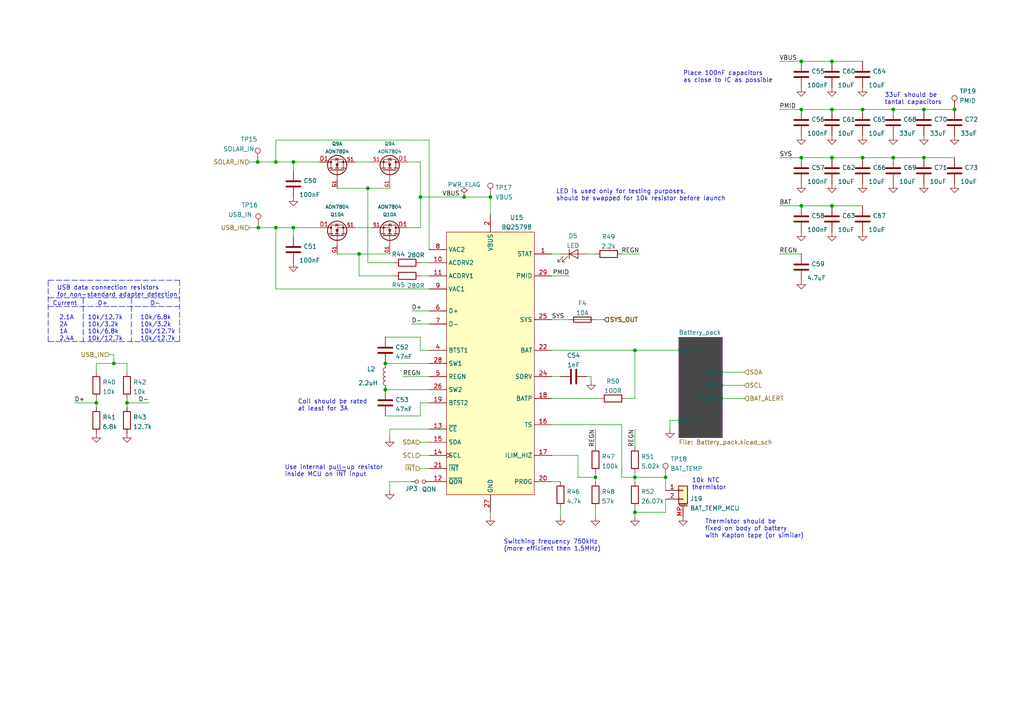
<source format=kicad_sch>
(kicad_sch (version 20210621) (generator eeschema)
  (paper "A4")
  (title_block (title "BUTCube - EPS") (date "2021-06-01") (rev "v1.0") (company "VUT - FIT(STRaDe) & FME(IAE & IPE)") (comment 1 "Author: Petr Malaník"))
  (lib_symbols
    (symbol "Connector:TestPoint" (pin_numbers hide) (pin_names (offset 0.762) hide)
      (property "Reference" "TP" (at 0 6.858 0))
      (property "Value" "TestPoint" (at 0 5.08 0))
      (symbol "TestPoint_0_1"
        (circle (center 0 3.302) (radius 0.762))
      )
      (symbol "TestPoint_1_1"
        (pin passive line (at 0 0 90) (length 2.54) (name "1") (number "1"))
      )
    )
    (symbol "Connector_Generic_MountingPin:Conn_01x02_MountingPin" (pin_names (offset 1.016) hide)
      (property "Reference" "J" (at 0 2.54 0))
      (property "Value" "Conn_01x02_MountingPin" (at 1.27 -5.08 0))
      (symbol "Conn_01x02_MountingPin_1_1"
        (text "Mounting" (at 0 -4.191 0) (effects (font (size 0.381 0.381))))
        (rectangle (start -1.27 -2.413) (end 0 -2.667) (stroke (width 0.1524)))
        (rectangle (start -1.27 0.127) (end 0 -0.127) (stroke (width 0.1524)))
        (rectangle (start -1.27 1.27) (end 1.27 -3.81) (stroke (width 0.254)) (fill (type background)))
        (polyline (pts (xy -1.016 -4.572) (xy 1.016 -4.572)) (stroke (width 0.1524)))
        (pin passive line (at -5.08 0 0) (length 3.81) (name "Pin_1") (number "1"))
        (pin passive line (at -5.08 -2.54 0) (length 3.81) (name "Pin_2") (number "2"))
        (pin passive line (at 0 -7.62 90) (length 3.048) (name "MountPin") (number "MP"))
      )
    )
    (symbol "Device:C" (pin_numbers hide) (pin_names (offset 0.254))
      (property "Reference" "C" (at 0.635 2.54 0))
      (property "Value" "C" (at 0.635 -2.54 0))
      (symbol "C_0_1"
        (polyline (pts (xy -2.032 -0.762) (xy 2.032 -0.762)) (stroke (width 0.508)))
        (polyline (pts (xy -2.032 0.762) (xy 2.032 0.762)) (stroke (width 0.508)))
      )
      (symbol "C_1_1"
        (pin passive line (at 0 3.81 270) (length 2.794) (name "~") (number "1"))
        (pin passive line (at 0 -3.81 90) (length 2.794) (name "~") (number "2"))
      )
    )
    (symbol "Device:Fuse" (pin_numbers hide) (pin_names (offset 0))
      (property "Reference" "F" (at 2.032 0 90))
      (property "Value" "Fuse" (at -1.905 0 90))
      (symbol "Fuse_0_1"
        (rectangle (start -0.762 -2.54) (end 0.762 2.54) (stroke (width 0.254)))
        (polyline (pts (xy 0 2.54) (xy 0 -2.54)))
      )
      (symbol "Fuse_1_1"
        (pin passive line (at 0 3.81 270) (length 1.27) (name "~") (number "1"))
        (pin passive line (at 0 -3.81 90) (length 1.27) (name "~") (number "2"))
      )
    )
    (symbol "Device:Jumper_NO_Small" (pin_numbers hide) (pin_names (offset 0.762) hide)
      (property "Reference" "JP" (at 0 2.032 0))
      (property "Value" "Jumper_NO_Small" (at 0.254 -1.524 0))
      (symbol "Jumper_NO_Small_0_1"
        (circle (center -1.016 0) (radius 0.508))
        (circle (center 1.016 0) (radius 0.508))
        (pin passive line (at -2.54 0 0) (length 1.016) (name "1") (number "1"))
        (pin passive line (at 2.54 0 180) (length 1.016) (name "2") (number "2"))
      )
    )
    (symbol "Device:L" (pin_numbers hide) (pin_names (offset 1.016) hide)
      (property "Reference" "L" (at -1.27 0 90))
      (property "Value" "L" (at 1.905 0 90))
      (symbol "L_0_1"
        (arc (start 0 -2.54) (end 0 -1.27) (radius (at 0 -1.905) (length 0.635) (angles -89.9 89.9)))
        (arc (start 0 -1.27) (end 0 0) (radius (at 0 -0.635) (length 0.635) (angles -89.9 89.9)))
        (arc (start 0 0) (end 0 1.27) (radius (at 0 0.635) (length 0.635) (angles -89.9 89.9)))
        (arc (start 0 1.27) (end 0 2.54) (radius (at 0 1.905) (length 0.635) (angles -89.9 89.9)))
      )
      (symbol "L_1_1"
        (pin passive line (at 0 3.81 270) (length 1.27) (name "1") (number "1"))
        (pin passive line (at 0 -3.81 90) (length 1.27) (name "2") (number "2"))
      )
    )
    (symbol "Device:LED" (pin_numbers hide) (pin_names (offset 1.016) hide)
      (property "Reference" "D" (at 0 2.54 0))
      (property "Value" "LED" (at 0 -2.54 0))
      (symbol "LED_0_1"
        (polyline (pts (xy -1.27 -1.27) (xy -1.27 1.27)) (stroke (width 0.2032)))
        (polyline (pts (xy -1.27 0) (xy 1.27 0)))
        (polyline (pts (xy 1.27 -1.27) (xy 1.27 1.27) (xy -1.27 0) (xy 1.27 -1.27)) (stroke (width 0.2032)))
        (polyline (pts (xy -3.048 -0.762) (xy -4.572 -2.286) (xy -3.81 -2.286) (xy -4.572 -2.286) (xy -4.572 -1.524)))
        (polyline (pts (xy -1.778 -0.762) (xy -3.302 -2.286) (xy -2.54 -2.286) (xy -3.302 -2.286) (xy -3.302 -1.524)))
      )
      (symbol "LED_1_1"
        (pin passive line (at -3.81 0 0) (length 2.54) (name "K") (number "1"))
        (pin passive line (at 3.81 0 180) (length 2.54) (name "A") (number "2"))
      )
    )
    (symbol "Device:R" (pin_numbers hide) (pin_names (offset 0))
      (property "Reference" "R" (at 2.032 0 90))
      (property "Value" "R" (at 0 0 90))
      (symbol "R_0_1"
        (rectangle (start -1.016 -2.54) (end 1.016 2.54) (stroke (width 0.254)))
      )
      (symbol "R_1_1"
        (pin passive line (at 0 3.81 270) (length 1.27) (name "~") (number "1"))
        (pin passive line (at 0 -3.81 90) (length 1.27) (name "~") (number "2"))
      )
    )
    (symbol "TCY_battery_management:BQ25798"
      (property "Reference" "U" (at 0 6.35 0))
      (property "Value" "BQ25798" (at 0 10.16 0))
      (symbol "BQ25798_0_1"
        (rectangle (start -12.7 38.1) (end 12.7 -38.1) (stroke (width 0.1524)) (fill (type background)))
      )
      (symbol "BQ25798_1_1"
        (pin output line (at 17.78 31.75 180) (length 5.08) (name "STAT") (number "1"))
        (pin output line (at -17.78 29.21 0) (length 5.08) (name "ACDRV2") (number "10"))
        (pin output line (at -17.78 25.4 0) (length 5.08) (name "ACDRV1") (number "11"))
        (pin input line (at -17.78 -34.29 0) (length 5.08) (name "~{QON}") (number "12"))
        (pin input line (at -17.78 -19.05 0) (length 5.08) (name "~{CE}") (number "13"))
        (pin input clock (at -17.78 -26.67 0) (length 5.08) (name "SCL") (number "14"))
        (pin bidirectional line (at -17.78 -22.86 0) (length 5.08) (name "SDA") (number "15"))
        (pin input line (at 17.78 -17.78 180) (length 5.08) (name "TS") (number "16"))
        (pin input line (at 17.78 -26.67 180) (length 5.08) (name "ILIM_HIZ") (number "17"))
        (pin input line (at 17.78 -10.16 180) (length 5.08) (name "BATP") (number "18"))
        (pin passive line (at -17.78 -11.43 0) (length 5.08) (name "BTST2") (number "19"))
        (pin power_in line (at 0 43.18 270) (length 5.08) (name "VBUS") (number "2"))
        (pin input line (at 17.78 -34.29 180) (length 5.08) (name "PROG") (number "20"))
        (pin output line (at -17.78 -30.48 0) (length 5.08) (name "~{INT}") (number "21"))
        (pin power_in line (at 17.78 3.81 180) (length 5.08) (name "BAT") (number "22"))
        (pin power_in line (at 17.78 3.81 180) (length 5.08) hide (name "BAT") (number "23"))
        (pin output line (at 17.78 -3.81 180) (length 5.08) (name "SDRV") (number "24"))
        (pin power_out line (at 17.78 12.7 180) (length 5.08) (name "SYS") (number "25"))
        (pin passive line (at -17.78 -7.62 0) (length 5.08) (name "SW2") (number "26"))
        (pin passive line (at 0 -43.18 90) (length 5.08) (name "GND") (number "27"))
        (pin passive line (at -17.78 0 0) (length 5.08) (name "SW1") (number "28"))
        (pin power_out line (at 17.78 25.4 180) (length 5.08) (name "PMID") (number "29"))
        (pin power_in line (at 0 43.18 270) (length 5.08) hide (name "VBUS") (number "3"))
        (pin passive line (at -17.78 3.81 0) (length 5.08) (name "BTST1") (number "4"))
        (pin passive line (at -17.78 -3.81 0) (length 5.08) (name "REGN") (number "5"))
        (pin bidirectional line (at -17.78 15.24 0) (length 5.08) (name "D+") (number "6"))
        (pin bidirectional line (at -17.78 11.43 0) (length 5.08) (name "D-") (number "7"))
        (pin power_in line (at -17.78 33.02 0) (length 5.08) (name "VAC2") (number "8"))
        (pin power_in line (at -17.78 21.59 0) (length 5.08) (name "VAC1") (number "9"))
      )
    )
    (symbol "TCY_transistors:AON7804" (pin_names hide)
      (property "Reference" "Q" (at 7.62 1.27 0))
      (property "Value" "AON7804" (at 7.62 -1.27 0))
      (symbol "AON7804_0_1"
        (circle (center 1.651 0) (radius 2.794) (stroke (width 0.254)))
        (circle (center 2.54 -1.778) (radius 0.254) (fill (type outline)))
        (circle (center 2.54 1.778) (radius 0.254) (fill (type outline)))
        (polyline (pts (xy 0.254 0) (xy -2.54 0)))
        (polyline (pts (xy 0.254 1.905) (xy 0.254 -1.905)) (stroke (width 0.254)))
        (polyline (pts (xy 0.762 -1.27) (xy 0.762 -2.286)) (stroke (width 0.254)))
        (polyline (pts (xy 0.762 0.508) (xy 0.762 -0.508)) (stroke (width 0.254)))
        (polyline (pts (xy 0.762 2.286) (xy 0.762 1.27)) (stroke (width 0.254)))
        (polyline (pts (xy 2.54 2.54) (xy 2.54 1.778)))
        (polyline (pts (xy 2.54 2.54) (xy 2.54 1.778)))
        (polyline (pts (xy 2.54 -2.54) (xy 2.54 0) (xy 0.762 0)))
        (polyline (pts (xy 0.762 -1.778) (xy 3.302 -1.778) (xy 3.302 1.778) (xy 0.762 1.778)))
        (polyline (pts (xy 2.794 0.508) (xy 2.921 0.381) (xy 3.683 0.381) (xy 3.81 0.254)))
        (polyline (pts (xy 3.302 0.381) (xy 2.921 -0.254) (xy 3.683 -0.254) (xy 3.302 0.381)))
        (polyline (pts (xy 1.016 0) (xy 2.032 0.381) (xy 2.032 -0.381) (xy 1.016 0)) (fill (type outline)))
      )
      (symbol "AON7804_1_1"
        (pin passive line (at 2.54 5.08 270) (length 2.54) (name "D2") (number "D1"))
        (pin passive line (at 2.54 5.08 270) (length 2.54) hide (name "D2") (number "D1"))
        (pin passive line (at -5.08 0 0) (length 2.54) (name "G1") (number "G1"))
        (pin passive line (at 2.54 -5.08 90) (length 2.54) (name "S") (number "S1"))
      )
      (symbol "AON7804_2_1"
        (pin passive line (at 2.54 5.08 270) (length 2.54) (name "D2") (number "D2"))
        (pin passive line (at 2.54 5.08 270) (length 2.54) hide (name "D2") (number "D2"))
        (pin passive line (at -5.08 0 0) (length 2.54) (name "G2") (number "G2"))
        (pin passive line (at 2.54 -5.08 90) (length 2.54) (name "S2") (number "S2"))
      )
    )
    (symbol "power:GND" (power) (pin_names (offset 0))
      (property "Value" "GND" (at 0 -3.81 0))
      (symbol "GND_0_1"
        (polyline (pts (xy 0 0) (xy 0 -1.27) (xy 1.27 -1.27) (xy 0 -2.54) (xy -1.27 -1.27) (xy 0 -1.27)))
      )
      (symbol "GND_1_1"
        (pin power_in line (at 0 0 270) (length 0) hide (name "GND") (number "1"))
      )
    )
    (symbol "power:PWR_FLAG" (power) (pin_numbers hide) (pin_names (offset 0) hide)
      (property "Value" "PWR_FLAG" (at 0 3.81 0))
      (symbol "PWR_FLAG_0_0"
        (pin power_out line (at 0 0 90) (length 0) (name "pwr") (number "1"))
      )
      (symbol "PWR_FLAG_0_1"
        (polyline (pts (xy 0 0) (xy 0 1.27) (xy -1.016 1.905) (xy 0 2.54) (xy 1.016 1.905) (xy 0 1.27)))
      )
    )
  )
  (junction (at 27.94 116.84) (diameter 0.9144))
  (junction (at 33.02 105.41) (diameter 0.9144))
  (junction (at 36.83 116.84) (diameter 0.9144))
  (junction (at 74.7583 46.99) (diameter 0.9144))
  (junction (at 74.93 66.04) (diameter 0.9144))
  (junction (at 80.01 46.99) (diameter 0.9144))
  (junction (at 80.01 66.04) (diameter 0.9144))
  (junction (at 85.09 46.99) (diameter 0.9144))
  (junction (at 85.09 66.04) (diameter 0.9144))
  (junction (at 104.14 73.66) (diameter 0.9144))
  (junction (at 106.68 54.61) (diameter 0.9144))
  (junction (at 111.76 105.41) (diameter 0.9144))
  (junction (at 111.76 113.03) (diameter 0.9144))
  (junction (at 121.92 57.15) (diameter 0.9144))
  (junction (at 134.62 57.15) (diameter 0.9144))
  (junction (at 142.24 57.15) (diameter 0.9144))
  (junction (at 172.72 138.43) (diameter 0.9144))
  (junction (at 184.15 101.6) (diameter 0.9144))
  (junction (at 184.15 138.43) (diameter 0.9144))
  (junction (at 184.15 148.59) (diameter 0.9144))
  (junction (at 193.04 138.43) (diameter 0.9144))
  (junction (at 232.41 17.78) (diameter 0.9144))
  (junction (at 232.41 31.75) (diameter 0.9144))
  (junction (at 232.41 45.72) (diameter 0.9144))
  (junction (at 232.41 59.69) (diameter 0.9144))
  (junction (at 241.3 17.78) (diameter 0.9144))
  (junction (at 241.3 31.75) (diameter 0.9144))
  (junction (at 241.3 45.72) (diameter 0.9144))
  (junction (at 241.3 59.69) (diameter 0.9144))
  (junction (at 250.19 31.75) (diameter 0.9144))
  (junction (at 250.19 45.72) (diameter 0.9144))
  (junction (at 259.08 31.75) (diameter 0.9144))
  (junction (at 259.08 45.72) (diameter 0.9144))
  (junction (at 267.97 31.75) (diameter 0.9144))
  (junction (at 267.97 45.72) (diameter 0.9144))
  (junction (at 276.86 31.75) (diameter 0.9144))
  (wire (pts (xy 21.59 116.84) (xy 27.94 116.84)))
  (wire (pts (xy 27.94 105.41) (xy 27.94 107.95)))
  (wire (pts (xy 27.94 115.57) (xy 27.94 116.84)))
  (wire (pts (xy 27.94 116.84) (xy 27.94 118.11)))
  (wire (pts (xy 31.75 102.87) (xy 33.02 102.87)))
  (wire (pts (xy 33.02 102.87) (xy 33.02 105.41)))
  (wire (pts (xy 33.02 105.41) (xy 27.94 105.41)))
  (wire (pts (xy 33.02 105.41) (xy 36.83 105.41)))
  (wire (pts (xy 36.83 105.41) (xy 36.83 107.95)))
  (wire (pts (xy 36.83 115.57) (xy 36.83 116.84)))
  (wire (pts (xy 36.83 116.84) (xy 36.83 118.11)))
  (wire (pts (xy 36.83 116.84) (xy 43.18 116.84)))
  (wire (pts (xy 72.39 46.99) (xy 74.7583 46.99)))
  (wire (pts (xy 72.39 66.04) (xy 74.93 66.04)))
  (wire (pts (xy 74.7583 46.99) (xy 80.01 46.99)))
  (wire (pts (xy 74.93 66.04) (xy 80.01 66.04)))
  (wire (pts (xy 80.01 40.64) (xy 80.01 46.99)))
  (wire (pts (xy 80.01 40.64) (xy 124.46 40.64)))
  (wire (pts (xy 80.01 46.99) (xy 85.09 46.99)))
  (wire (pts (xy 80.01 66.04) (xy 80.01 83.82)))
  (wire (pts (xy 80.01 66.04) (xy 85.09 66.04)))
  (wire (pts (xy 85.09 46.99) (xy 85.09 49.53)))
  (wire (pts (xy 85.09 46.99) (xy 92.71 46.99)))
  (wire (pts (xy 85.09 66.04) (xy 85.09 68.58)))
  (wire (pts (xy 85.09 66.04) (xy 92.71 66.04)))
  (wire (pts (xy 97.79 54.61) (xy 106.68 54.61)))
  (wire (pts (xy 97.79 73.66) (xy 104.14 73.66)))
  (wire (pts (xy 102.87 46.99) (xy 107.95 46.99)))
  (wire (pts (xy 102.87 66.04) (xy 107.95 66.04)))
  (wire (pts (xy 104.14 73.66) (xy 104.14 80.01)))
  (wire (pts (xy 104.14 73.66) (xy 113.03 73.66)))
  (wire (pts (xy 104.14 80.01) (xy 114.3 80.01)))
  (wire (pts (xy 106.68 54.61) (xy 106.68 76.2)))
  (wire (pts (xy 106.68 54.61) (xy 113.03 54.61)))
  (wire (pts (xy 106.68 76.2) (xy 114.3 76.2)))
  (wire (pts (xy 111.76 97.79) (xy 121.92 97.79)))
  (wire (pts (xy 111.76 105.41) (xy 124.46 105.41)))
  (wire (pts (xy 111.76 113.03) (xy 124.46 113.03)))
  (wire (pts (xy 111.76 120.65) (xy 121.92 120.65)))
  (wire (pts (xy 113.03 124.46) (xy 113.03 127)))
  (wire (pts (xy 113.03 139.7) (xy 113.03 142.24)))
  (wire (pts (xy 116.84 109.22) (xy 124.46 109.22)))
  (wire (pts (xy 118.11 46.99) (xy 121.92 46.99)))
  (wire (pts (xy 118.11 66.04) (xy 121.92 66.04)))
  (wire (pts (xy 119.38 90.17) (xy 124.46 90.17)))
  (wire (pts (xy 119.38 93.98) (xy 124.46 93.98)))
  (wire (pts (xy 119.38 139.7) (xy 113.03 139.7)))
  (wire (pts (xy 121.92 46.99) (xy 121.92 57.15)))
  (wire (pts (xy 121.92 57.15) (xy 134.62 57.15)))
  (wire (pts (xy 121.92 66.04) (xy 121.92 57.15)))
  (wire (pts (xy 121.92 76.2) (xy 124.46 76.2)))
  (wire (pts (xy 121.92 80.01) (xy 124.46 80.01)))
  (wire (pts (xy 121.92 101.6) (xy 121.92 97.79)))
  (wire (pts (xy 121.92 116.84) (xy 121.92 120.65)))
  (wire (pts (xy 121.92 128.27) (xy 124.46 128.27)))
  (wire (pts (xy 121.92 132.08) (xy 124.46 132.08)))
  (wire (pts (xy 121.92 135.89) (xy 124.46 135.89)))
  (wire (pts (xy 124.46 40.64) (xy 124.46 72.39)))
  (wire (pts (xy 124.46 83.82) (xy 80.01 83.82)))
  (wire (pts (xy 124.46 101.6) (xy 121.92 101.6)))
  (wire (pts (xy 124.46 116.84) (xy 121.92 116.84)))
  (wire (pts (xy 124.46 124.46) (xy 113.03 124.46)))
  (wire (pts (xy 134.62 57.15) (xy 142.24 57.15)))
  (wire (pts (xy 142.24 57.15) (xy 142.24 62.23)))
  (wire (pts (xy 142.24 148.59) (xy 142.24 149.86)))
  (wire (pts (xy 160.02 73.66) (xy 162.56 73.66)))
  (wire (pts (xy 160.02 80.01) (xy 165.1 80.01)))
  (wire (pts (xy 160.02 92.71) (xy 165.1 92.71)))
  (wire (pts (xy 160.02 101.6) (xy 184.15 101.6)))
  (wire (pts (xy 160.02 109.22) (xy 162.56 109.22)))
  (wire (pts (xy 160.02 115.57) (xy 173.99 115.57)))
  (wire (pts (xy 160.02 123.19) (xy 180.34 123.19)))
  (wire (pts (xy 160.02 139.7) (xy 162.56 139.7)))
  (wire (pts (xy 162.56 147.32) (xy 162.56 149.86)))
  (wire (pts (xy 167.64 132.08) (xy 160.02 132.08)))
  (wire (pts (xy 167.64 138.43) (xy 167.64 132.08)))
  (wire (pts (xy 167.64 138.43) (xy 172.72 138.43)))
  (wire (pts (xy 170.18 73.66) (xy 172.72 73.66)))
  (wire (pts (xy 170.18 109.22) (xy 171.45 109.22)))
  (wire (pts (xy 171.45 109.22) (xy 171.45 110.49)))
  (wire (pts (xy 172.72 92.71) (xy 175.26 92.71)))
  (wire (pts (xy 172.72 124.46) (xy 172.72 129.54)))
  (wire (pts (xy 172.72 137.16) (xy 172.72 138.43)))
  (wire (pts (xy 172.72 138.43) (xy 172.72 139.7)))
  (wire (pts (xy 172.72 147.32) (xy 172.72 149.86)))
  (wire (pts (xy 180.34 73.66) (xy 185.42 73.66)))
  (wire (pts (xy 180.34 138.43) (xy 180.34 123.19)))
  (wire (pts (xy 181.61 115.57) (xy 184.15 115.57)))
  (wire (pts (xy 184.15 101.6) (xy 196.85 101.6)))
  (wire (pts (xy 184.15 115.57) (xy 184.15 101.6)))
  (wire (pts (xy 184.15 124.46) (xy 184.15 129.54)))
  (wire (pts (xy 184.15 137.16) (xy 184.15 138.43)))
  (wire (pts (xy 184.15 138.43) (xy 180.34 138.43)))
  (wire (pts (xy 184.15 138.43) (xy 184.15 139.7)))
  (wire (pts (xy 184.15 138.43) (xy 193.04 138.43)))
  (wire (pts (xy 184.15 147.32) (xy 184.15 148.59)))
  (wire (pts (xy 184.15 148.59) (xy 184.15 149.86)))
  (wire (pts (xy 184.15 148.59) (xy 193.04 148.59)))
  (wire (pts (xy 193.04 142.24) (xy 193.04 138.43)))
  (wire (pts (xy 193.04 144.78) (xy 193.04 148.59)))
  (wire (pts (xy 194.31 121.92) (xy 194.31 124.46)))
  (wire (pts (xy 196.85 121.92) (xy 194.31 121.92)))
  (wire (pts (xy 209.55 107.95) (xy 215.9 107.95)))
  (wire (pts (xy 209.55 111.76) (xy 215.9 111.76)))
  (wire (pts (xy 209.55 115.57) (xy 215.9 115.57)))
  (wire (pts (xy 226.06 17.78) (xy 232.41 17.78)))
  (wire (pts (xy 226.06 31.75) (xy 232.41 31.75)))
  (wire (pts (xy 226.06 45.72) (xy 232.41 45.72)))
  (wire (pts (xy 226.06 59.69) (xy 232.41 59.69)))
  (wire (pts (xy 226.06 73.66) (xy 232.41 73.66)))
  (wire (pts (xy 232.41 17.78) (xy 241.3 17.78)))
  (wire (pts (xy 232.41 31.75) (xy 241.3 31.75)))
  (wire (pts (xy 232.41 45.72) (xy 241.3 45.72)))
  (wire (pts (xy 232.41 59.69) (xy 241.3 59.69)))
  (wire (pts (xy 241.3 17.78) (xy 250.19 17.78)))
  (wire (pts (xy 241.3 31.75) (xy 250.19 31.75)))
  (wire (pts (xy 241.3 45.72) (xy 250.19 45.72)))
  (wire (pts (xy 241.3 59.69) (xy 250.19 59.69)))
  (wire (pts (xy 250.19 31.75) (xy 259.08 31.75)))
  (wire (pts (xy 250.19 45.72) (xy 259.08 45.72)))
  (wire (pts (xy 259.08 31.75) (xy 267.97 31.75)))
  (wire (pts (xy 259.08 45.72) (xy 267.97 45.72)))
  (wire (pts (xy 267.97 31.75) (xy 276.86 31.75)))
  (wire (pts (xy 267.97 45.72) (xy 276.86 45.72)))
  (polyline (pts (xy 13.97 81.28) (xy 52.07 81.28)) (stroke (width 0) (type dash)))
  (polyline (pts (xy 13.97 86.36) (xy 52.07 86.36)) (stroke (width 0) (type dash)))
  (polyline (pts (xy 13.97 88.9) (xy 52.07 88.9)) (stroke (width 0) (type dash)))
  (polyline (pts (xy 13.97 99.06) (xy 13.97 81.28)) (stroke (width 0) (type dash)))
  (polyline (pts (xy 13.97 99.06) (xy 52.07 99.06)) (stroke (width 0) (type dash)))
  (polyline (pts (xy 24.13 86.36) (xy 24.13 99.06)) (stroke (width 0) (type dash)))
  (polyline (pts (xy 38.1 86.36) (xy 38.1 99.06)) (stroke (width 0) (type dash)))
  (polyline (pts (xy 52.07 81.28) (xy 52.07 99.06)) (stroke (width 0) (type dash)))
  (text "Current\n\n  2.1A\n  2A\n  1A\n  2.4A" (at 15.24 99.06 0) (effects (font (size 1.27 1.27)) (justify left bottom)))
  (text "USB data connection resistors\nfor non-standard adapter detection" (at 16.51 86.36 0) (effects (font (size 1.27 1.27)) (justify left bottom)))
  (text "   D+\n\n10k/12.7k\n10k/3.2k\n10k/6.8k\n10k/12.7k" (at 25.4 99.06 0) (effects (font (size 1.27 1.27)) (justify left bottom)))
  (text "   D-\n\n10k/6.8k\n10k/3.2k\n10k/12.7k\n10k/12.7k" (at 40.64 99.06 0) (effects (font (size 1.27 1.27)) (justify left bottom)))
  (text "Use internal pull-up resistor\ninside MCU on ~{INT} input" (at 82.55 138.43 0) (effects (font (size 1.27 1.27)) (justify left bottom)))
  (text "Coil should be rated\nat least for 3A" (at 86.36 119.38 0) (effects (font (size 1.27 1.27)) (justify left bottom)))
  (text "Switching frequency 750kHz\n(more efficient then 1.5MHz)" (at 146.05 160.02 0) (effects (font (size 1.27 1.27)) (justify left bottom)))
  (text "LED is used only for testing purposes,\nshould be swapped for 10k resistor before launch" (at 161.29 58.42 0) (effects (font (size 1.27 1.27)) (justify left bottom)))
  (text "Place 100nF capacitors\nas close to IC as possible" (at 198.12 24.13 0) (effects (font (size 1.27 1.27)) (justify left bottom)))
  (text "10k NTC\nthermistor" (at 200.66 142.24 0) (effects (font (size 1.27 1.27)) (justify left bottom)))
  (text "Thermistor should be\nfixed on body of battery\nwith Kapton tape (or similar)" (at 204.47 156.21 0) (effects (font (size 1.27 1.27)) (justify left bottom)))
  (text "33uF should be\ntantal capacitors" (at 256.54 30.48 0) (effects (font (size 1.27 1.27)) (justify left bottom)))
  (label "D+" (at 21.59 116.84 0))
  (label "D-" (at 43.18 116.84 180))
  (label "REGN" (at 116.84 109.22 0))
  (label "D+" (at 119.38 90.17 0))
  (label "D-" (at 119.38 93.98 0))
  (label "VBUS" (at 128.27 57.15 0))
  (label "SYS" (at 160.02 92.71 0))
  (label "PMID" (at 165.1 80.01 180))
  (label "REGN" (at 172.72 124.46 270))
  (label "REGN" (at 184.15 124.46 270))
  (label "REGN" (at 185.42 73.66 180))
  (label "VBUS" (at 226.06 17.78 0))
  (label "PMID" (at 226.06 31.75 0))
  (label "SYS" (at 226.06 45.72 0))
  (label "BAT" (at 226.06 59.69 0))
  (label "REGN" (at 226.06 73.66 0))
  (hierarchical_label "USB_IN" (shape input) (at 31.75 102.87 180))
  (hierarchical_label "SOLAR_IN" (shape input) (at 72.39 46.99 180))
  (hierarchical_label "USB_IN" (shape input) (at 72.39 66.04 180))
  (hierarchical_label "SDA" (shape input) (at 121.92 128.27 180))
  (hierarchical_label "SCL" (shape input) (at 121.92 132.08 180))
  (hierarchical_label "~{INT}" (shape input) (at 121.92 135.89 180))
  (hierarchical_label "SYS_OUT" (shape input) (at 175.26 92.71 0) (effects (font (thickness 0.254))))
  (hierarchical_label "SDA" (shape input) (at 215.9 107.95 0))
  (hierarchical_label "SCL" (shape input) (at 215.9 111.76 0))
  (hierarchical_label "BAT_ALERT" (shape input) (at 215.9 115.57 0))
  (symbol (lib_id "power:PWR_FLAG") (at 134.62 57.15 0)
    (property "Reference" "#FLG09" (effects hide))
    (property "Value" "PWR_FLAG" (at 134.62 53.5454 0))
  )
  (symbol (lib_id "Device:Jumper_NO_Small") (at 121.92 139.7 0)
    (property "Reference" "JP3" (at 119.38 141.7024 0))
    (property "Value" "QON" (at 124.46 141.9375 0))
    (property "Footprint" "Jumper:SolderJumper-2_P1.3mm_Open_RoundedPad1.0x1.5mm" (effects hide))
  )
  (symbol (lib_id "Connector:TestPoint") (at 74.7583 46.99 0)
    (property "Reference" "TP15" (at 69.8054 40.43 0) (effects (justify left)))
    (property "Value" "SOLAR_IN" (at 64.7254 43.2051 0) (effects (justify left)))
    (property "Footprint" "TCY_connectors:TestPoint_Pad_D0.5mm" (effects hide))
  )
  (symbol (lib_id "Connector:TestPoint") (at 74.93 66.04 0)
    (property "Reference" "TP16" (at 69.9771 59.48 0) (effects (justify left)))
    (property "Value" "USB_IN" (at 66.1671 62.2551 0) (effects (justify left)))
    (property "Footprint" "TCY_connectors:TestPoint_Pad_D0.5mm" (effects hide))
  )
  (symbol (lib_id "Connector:TestPoint") (at 142.24 57.15 0)
    (property "Reference" "TP17" (at 143.6371 54.4 0) (effects (justify left)))
    (property "Value" "VBUS" (at 143.6371 57.1751 0) (effects (justify left)))
    (property "Footprint" "TCY_connectors:TestPoint_Pad_D0.5mm" (effects hide))
  )
  (symbol (lib_id "Connector:TestPoint") (at 193.04 138.43 0)
    (property "Reference" "TP18" (at 194.4371 133.14 0) (effects (justify left)))
    (property "Value" "BAT_TEMP" (at 194.4371 135.9151 0) (effects (justify left)))
    (property "Footprint" "TCY_connectors:TestPoint_Pad_D0.5mm" (effects hide))
  )
  (symbol (lib_id "Connector:TestPoint") (at 276.86 31.75 0)
    (property "Reference" "TP19" (at 278.2571 26.46 0) (effects (justify left)))
    (property "Value" "PMID" (at 278.2571 29.2351 0) (effects (justify left)))
    (property "Footprint" "TCY_connectors:TestPoint_Pad_D0.5mm" (effects hide))
  )
  (symbol (lib_id "power:GND") (at 27.94 125.73 0)
    (property "Reference" "#PWR0120" (effects hide))
    (property "Value" "GND" (effects hide))
  )
  (symbol (lib_id "power:GND") (at 36.83 125.73 0)
    (property "Reference" "#PWR0121" (effects hide))
    (property "Value" "GND" (effects hide))
  )
  (symbol (lib_id "power:GND") (at 85.09 57.15 0)
    (property "Reference" "#PWR0122" (effects hide))
    (property "Value" "GND" (effects hide))
  )
  (symbol (lib_id "power:GND") (at 85.09 76.2 0)
    (property "Reference" "#PWR0123" (effects hide))
    (property "Value" "GND" (effects hide))
  )
  (symbol (lib_id "power:GND") (at 113.03 127 0)
    (property "Reference" "#PWR0124" (effects hide))
    (property "Value" "GND" (effects hide))
  )
  (symbol (lib_id "power:GND") (at 113.03 142.24 0)
    (property "Reference" "#PWR0125" (effects hide))
    (property "Value" "GND" (effects hide))
  )
  (symbol (lib_id "power:GND") (at 142.24 149.86 0)
    (property "Reference" "#PWR0126" (effects hide))
    (property "Value" "GND" (effects hide))
  )
  (symbol (lib_id "power:GND") (at 162.56 149.86 0)
    (property "Reference" "#PWR0127" (effects hide))
    (property "Value" "GND" (effects hide))
  )
  (symbol (lib_id "power:GND") (at 171.45 110.49 0)
    (property "Reference" "#PWR0128" (effects hide))
    (property "Value" "GND" (effects hide))
  )
  (symbol (lib_id "power:GND") (at 172.72 149.86 0)
    (property "Reference" "#PWR0129" (effects hide))
    (property "Value" "GND" (effects hide))
  )
  (symbol (lib_id "power:GND") (at 184.15 149.86 0)
    (property "Reference" "#PWR0130" (effects hide))
    (property "Value" "GND" (effects hide))
  )
  (symbol (lib_id "power:GND") (at 194.31 124.46 0)
    (property "Reference" "#PWR0131" (effects hide))
    (property "Value" "GND" (effects hide))
  )
  (symbol (lib_id "power:GND") (at 198.12 149.86 0)
    (property "Reference" "#PWR0132" (effects hide))
    (property "Value" "GND" (effects hide))
  )
  (symbol (lib_id "power:GND") (at 232.41 25.4 0)
    (property "Reference" "#PWR0133" (effects hide))
    (property "Value" "GND" (effects hide))
  )
  (symbol (lib_id "power:GND") (at 232.41 39.37 0)
    (property "Reference" "#PWR0134" (effects hide))
    (property "Value" "GND" (effects hide))
  )
  (symbol (lib_id "power:GND") (at 232.41 53.34 0)
    (property "Reference" "#PWR0135" (effects hide))
    (property "Value" "GND" (effects hide))
  )
  (symbol (lib_id "power:GND") (at 232.41 67.31 0)
    (property "Reference" "#PWR0136" (effects hide))
    (property "Value" "GND" (effects hide))
  )
  (symbol (lib_id "power:GND") (at 232.41 81.28 0)
    (property "Reference" "#PWR0137" (effects hide))
    (property "Value" "GND" (effects hide))
  )
  (symbol (lib_id "power:GND") (at 241.3 25.4 0)
    (property "Reference" "#PWR0138" (effects hide))
    (property "Value" "GND" (effects hide))
  )
  (symbol (lib_id "power:GND") (at 241.3 39.37 0)
    (property "Reference" "#PWR0139" (effects hide))
    (property "Value" "GND" (effects hide))
  )
  (symbol (lib_id "power:GND") (at 241.3 53.34 0)
    (property "Reference" "#PWR0140" (effects hide))
    (property "Value" "GND" (effects hide))
  )
  (symbol (lib_id "power:GND") (at 241.3 67.31 0)
    (property "Reference" "#PWR0141" (effects hide))
    (property "Value" "GND" (effects hide))
  )
  (symbol (lib_id "power:GND") (at 250.19 25.4 0)
    (property "Reference" "#PWR0142" (effects hide))
    (property "Value" "GND" (effects hide))
  )
  (symbol (lib_id "power:GND") (at 250.19 39.37 0)
    (property "Reference" "#PWR0143" (effects hide))
    (property "Value" "GND" (effects hide))
  )
  (symbol (lib_id "power:GND") (at 250.19 53.34 0)
    (property "Reference" "#PWR0144" (effects hide))
    (property "Value" "GND" (effects hide))
  )
  (symbol (lib_id "power:GND") (at 250.19 67.31 0)
    (property "Reference" "#PWR0145" (effects hide))
    (property "Value" "GND" (effects hide))
  )
  (symbol (lib_id "power:GND") (at 259.08 39.37 0)
    (property "Reference" "#PWR0146" (effects hide))
    (property "Value" "GND" (effects hide))
  )
  (symbol (lib_id "power:GND") (at 259.08 53.34 0)
    (property "Reference" "#PWR0147" (effects hide))
    (property "Value" "GND" (effects hide))
  )
  (symbol (lib_id "power:GND") (at 267.97 39.37 0)
    (property "Reference" "#PWR0148" (effects hide))
    (property "Value" "GND" (effects hide))
  )
  (symbol (lib_id "power:GND") (at 267.97 53.34 0)
    (property "Reference" "#PWR0149" (effects hide))
    (property "Value" "GND" (effects hide))
  )
  (symbol (lib_id "power:GND") (at 276.86 39.37 0)
    (property "Reference" "#PWR0150" (effects hide))
    (property "Value" "GND" (effects hide))
  )
  (symbol (lib_id "power:GND") (at 276.86 53.34 0)
    (property "Reference" "#PWR0151" (effects hide))
    (property "Value" "GND" (effects hide))
  )
  (symbol (lib_id "Device:L") (at 111.76 109.22 180)
    (property "Reference" "L2" (at 106.4261 107.0415 0) (effects (justify right)))
    (property "Value" "2.2uH" (at 103.8861 111.0866 0) (effects (justify right)))
  )
  (symbol (lib_id "Device:Fuse") (at 168.91 92.71 90)
    (property "Reference" "F4" (at 168.91 87.9814 90))
    (property "Value" "10A" (at 168.91 90.7565 90))
  )
  (symbol (lib_id "Device:R") (at 27.94 111.76 0)
    (property "Reference" "R40" (at 29.7181 110.8515 0) (effects (justify left)))
    (property "Value" "10k" (at 29.7181 113.6266 0) (effects (justify left)))
  )
  (symbol (lib_id "Device:R") (at 27.94 121.92 0)
    (property "Reference" "R41" (at 29.7181 121.0115 0) (effects (justify left)))
    (property "Value" "6.8k" (at 29.7181 123.7866 0) (effects (justify left)))
  )
  (symbol (lib_id "Device:R") (at 36.83 111.76 0)
    (property "Reference" "R42" (at 38.6081 110.8515 0) (effects (justify left)))
    (property "Value" "10k" (at 38.6081 113.6266 0) (effects (justify left)))
  )
  (symbol (lib_id "Device:R") (at 36.83 121.92 0)
    (property "Reference" "R43" (at 38.6081 121.0115 0) (effects (justify left)))
    (property "Value" "12.7k" (at 38.6081 123.7866 0) (effects (justify left)))
  )
  (symbol (lib_id "Device:R") (at 118.11 76.2 90)
    (property "Reference" "R44" (at 115.57 73.7574 90))
    (property "Value" "280R" (at 120.65 73.9925 90))
  )
  (symbol (lib_id "Device:R") (at 118.11 80.01 90)
    (property "Reference" "R45" (at 115.57 82.6474 90))
    (property "Value" "280R" (at 120.65 82.8825 90))
  )
  (symbol (lib_id "Device:R") (at 162.56 143.51 0)
    (property "Reference" "R46" (at 164.3381 142.6015 0) (effects (justify left)))
    (property "Value" "4.7k" (at 164.3381 145.3766 0) (effects (justify left)))
  )
  (symbol (lib_id "Device:R") (at 172.72 133.35 0)
    (property "Reference" "R47" (at 174.4981 132.4415 0) (effects (justify left)))
    (property "Value" "100k" (at 174.4981 135.2166 0) (effects (justify left)))
  )
  (symbol (lib_id "Device:R") (at 172.72 143.51 0)
    (property "Reference" "R48" (at 174.4981 142.6015 0) (effects (justify left)))
    (property "Value" "57k" (at 174.4981 145.3766 0) (effects (justify left)))
  )
  (symbol (lib_id "Device:R") (at 176.53 73.66 90)
    (property "Reference" "R49" (at 176.53 68.6774 90))
    (property "Value" "2.2k" (at 176.53 71.4525 90))
  )
  (symbol (lib_id "Device:R") (at 177.8 115.57 90)
    (property "Reference" "R50" (at 177.8 110.5874 90))
    (property "Value" "100R" (at 177.8 113.3625 90))
  )
  (symbol (lib_id "Device:R") (at 184.15 133.35 0)
    (property "Reference" "R51" (at 185.9281 132.4415 0) (effects (justify left)))
    (property "Value" "5.02k" (at 185.9281 135.2166 0) (effects (justify left)))
  )
  (symbol (lib_id "Device:R") (at 184.15 143.51 0)
    (property "Reference" "R52" (at 185.9281 142.6015 0) (effects (justify left)))
    (property "Value" "26.07k" (at 185.9281 145.3766 0) (effects (justify left)))
  )
  (symbol (lib_id "Device:LED") (at 166.37 73.66 0)
    (property "Reference" "D5" (at 166.1795 68.4488 0))
    (property "Value" "LED" (at 166.1795 71.2239 0))
  )
  (symbol (lib_id "Device:C") (at 85.09 53.34 0)
    (property "Reference" "C50" (at 88.0111 52.4315 0) (effects (justify left)))
    (property "Value" "100nF" (at 86.7411 56.4766 0) (effects (justify left)))
  )
  (symbol (lib_id "Device:C") (at 85.09 72.39 0)
    (property "Reference" "C51" (at 88.0111 71.4815 0) (effects (justify left)))
    (property "Value" "100nF" (at 86.7411 75.5266 0) (effects (justify left)))
  )
  (symbol (lib_id "Device:C") (at 111.76 101.6 0)
    (property "Reference" "C52" (at 114.6811 100.6915 0) (effects (justify left)))
    (property "Value" "47nF" (at 114.6811 103.4666 0) (effects (justify left)))
  )
  (symbol (lib_id "Device:C") (at 111.76 116.84 0)
    (property "Reference" "C53" (at 114.6811 115.9315 0) (effects (justify left)))
    (property "Value" "47nF" (at 114.6811 118.7066 0) (effects (justify left)))
  )
  (symbol (lib_id "Device:C") (at 166.37 109.22 90)
    (property "Reference" "C54" (at 166.37 103.0944 90))
    (property "Value" "1nF" (at 166.37 105.8695 90))
  )
  (symbol (lib_id "Device:C") (at 232.41 21.59 0)
    (property "Reference" "C55" (at 235.3311 20.6815 0) (effects (justify left)))
    (property "Value" "100nF" (at 234.0611 24.7266 0) (effects (justify left)))
  )
  (symbol (lib_id "Device:C") (at 232.41 35.56 0)
    (property "Reference" "C56" (at 235.3311 34.6515 0) (effects (justify left)))
    (property "Value" "100nF" (at 234.0611 38.6966 0) (effects (justify left)))
  )
  (symbol (lib_id "Device:C") (at 232.41 49.53 0)
    (property "Reference" "C57" (at 235.3311 48.6215 0) (effects (justify left)))
    (property "Value" "100nF" (at 234.0611 52.6666 0) (effects (justify left)))
  )
  (symbol (lib_id "Device:C") (at 232.41 63.5 0)
    (property "Reference" "C58" (at 235.3311 62.5915 0) (effects (justify left)))
    (property "Value" "100nF" (at 234.0611 66.6366 0) (effects (justify left)))
  )
  (symbol (lib_id "Device:C") (at 232.41 77.47 0)
    (property "Reference" "C59" (at 235.3311 76.5615 0) (effects (justify left)))
    (property "Value" "4.7uF" (at 234.0611 80.6066 0) (effects (justify left)))
  )
  (symbol (lib_id "Device:C") (at 241.3 21.59 0)
    (property "Reference" "C60" (at 244.2211 20.6815 0) (effects (justify left)))
    (property "Value" "10uF" (at 242.9511 24.7266 0) (effects (justify left)))
  )
  (symbol (lib_id "Device:C") (at 241.3 35.56 0)
    (property "Reference" "C61" (at 244.2211 34.6515 0) (effects (justify left)))
    (property "Value" "10uF" (at 242.9511 38.6966 0) (effects (justify left)))
  )
  (symbol (lib_id "Device:C") (at 241.3 49.53 0)
    (property "Reference" "C62" (at 244.2211 48.6215 0) (effects (justify left)))
    (property "Value" "10uF" (at 242.9511 52.6666 0) (effects (justify left)))
  )
  (symbol (lib_id "Device:C") (at 241.3 63.5 0)
    (property "Reference" "C63" (at 244.2211 62.5915 0) (effects (justify left)))
    (property "Value" "10uF" (at 242.9511 66.6366 0) (effects (justify left)))
  )
  (symbol (lib_id "Device:C") (at 250.19 21.59 0)
    (property "Reference" "C64" (at 253.1111 20.6815 0) (effects (justify left)))
    (property "Value" "10uF" (at 251.8411 24.7266 0) (effects (justify left)))
  )
  (symbol (lib_id "Device:C") (at 250.19 35.56 0)
    (property "Reference" "C65" (at 253.1111 34.6515 0) (effects (justify left)))
    (property "Value" "10uF" (at 251.8411 38.6966 0) (effects (justify left)))
  )
  (symbol (lib_id "Device:C") (at 250.19 49.53 0)
    (property "Reference" "C66" (at 253.1111 48.6215 0) (effects (justify left)))
    (property "Value" "10uF" (at 251.8411 52.6666 0) (effects (justify left)))
  )
  (symbol (lib_id "Device:C") (at 250.19 63.5 0)
    (property "Reference" "C67" (at 253.1111 62.5915 0) (effects (justify left)))
    (property "Value" "10uF" (at 251.8411 66.6366 0) (effects (justify left)))
  )
  (symbol (lib_id "Device:C") (at 259.08 35.56 0)
    (property "Reference" "C68" (at 262.0011 34.6515 0) (effects (justify left)))
    (property "Value" "33uF" (at 260.7311 38.6966 0) (effects (justify left)))
  )
  (symbol (lib_id "Device:C") (at 259.08 49.53 0)
    (property "Reference" "C69" (at 262.0011 48.6215 0) (effects (justify left)))
    (property "Value" "10uF" (at 260.7311 52.6666 0) (effects (justify left)))
  )
  (symbol (lib_id "Device:C") (at 267.97 35.56 0)
    (property "Reference" "C70" (at 270.8911 34.6515 0) (effects (justify left)))
    (property "Value" "33uF" (at 269.6211 38.6966 0) (effects (justify left)))
  )
  (symbol (lib_id "Device:C") (at 267.97 49.53 0)
    (property "Reference" "C71" (at 270.8911 48.6215 0) (effects (justify left)))
    (property "Value" "10uF" (at 269.6211 52.6666 0) (effects (justify left)))
  )
  (symbol (lib_id "Device:C") (at 276.86 35.56 0)
    (property "Reference" "C72" (at 279.7811 34.6515 0) (effects (justify left)))
    (property "Value" "33uF" (at 278.5111 38.6966 0) (effects (justify left)))
  )
  (symbol (lib_id "Device:C") (at 276.86 49.53 0)
    (property "Reference" "C73" (at 279.7811 48.6215 0) (effects (justify left)))
    (property "Value" "10uF" (at 278.5111 52.6666 0) (effects (justify left)))
  )
  (symbol (lib_id "Connector_Generic_MountingPin:Conn_01x02_MountingPin") (at 198.12 142.24 0)
    (property "Reference" "J19" (at 200.1521 144.6335 0) (effects (justify left)))
    (property "Value" "BAT_TEMP_MCU" (at 200.1521 147.4086 0) (effects (justify left)))
  )
  (symbol (lib_id "TCY_transistors:AON7804") (at 97.79 49.53 90)
    (property "Reference" "Q9" (at 97.79 41.7188 90) (effects (font (size 1 1))))
    (property "Value" "AON7804" (at 97.79 43.9578 90) (effects (font (size 1 1))))
    (property "Footprint" "TCY_IC:DFN-8-2EP_3x3mm_P0.65mm_EP2.0x1.2mm" (effects hide))
    (property "Datasheet" "https://www.tme.eu/Document/fa3f2aaa37eaef20cf8bb0832a66190d/YJQ3400A.pdf" (effects hide))
  )
  (symbol (lib_id "TCY_transistors:AON7804") (at 97.79 68.58 90)
    (property "Reference" "Q10" (at 97.79 62.2534 90) (effects (font (size 1 1))))
    (property "Value" "AON7804" (at 97.79 60.0144 90) (effects (font (size 1 1))))
    (property "Footprint" "TCY_IC:DFN-8-2EP_3x3mm_P0.65mm_EP2.0x1.2mm" (effects hide))
    (property "Datasheet" "https://www.tme.eu/Document/fa3f2aaa37eaef20cf8bb0832a66190d/YJQ3400A.pdf" (effects hide))
  )
  (symbol (lib_id "TCY_transistors:AON7804") (at 113.03 49.53 270) (mirror x)
    (property "Reference" "Q9" (at 113.03 41.7188 90) (effects (font (size 1 1))))
    (property "Value" "AON7804" (at 113.03 43.9578 90) (effects (font (size 1 1))))
    (property "Footprint" "TCY_IC:DFN-8-2EP_3x3mm_P0.65mm_EP2.0x1.2mm" (effects hide))
    (property "Datasheet" "https://www.tme.eu/Document/fa3f2aaa37eaef20cf8bb0832a66190d/YJQ3400A.pdf" (effects hide))
  )
  (symbol (lib_id "TCY_transistors:AON7804") (at 113.03 68.58 270) (mirror x)
    (property "Reference" "Q10" (at 113.03 62.2534 90) (effects (font (size 1 1))))
    (property "Value" "AON7804" (at 113.03 60.0144 90) (effects (font (size 1 1))))
    (property "Footprint" "TCY_IC:DFN-8-2EP_3x3mm_P0.65mm_EP2.0x1.2mm" (effects hide))
    (property "Datasheet" "https://www.tme.eu/Document/fa3f2aaa37eaef20cf8bb0832a66190d/YJQ3400A.pdf" (effects hide))
  )
  (symbol (lib_id "TCY_battery_management:BQ25798") (at 142.24 105.41 0)
    (property "Reference" "U15" (at 149.86 63.0894 0))
    (property "Value" "BQ25798" (at 149.86 65.8645 0))
    (property "Footprint" "TCY_IC:VQFN-HR_29(34)_4x4mm_P0.4mm" (effects hide))
    (property "Datasheet" "https://www.ti.com/lit/ds/symlink/bq25798.pdf?ts=1625073754336" (effects hide))
  )
  (sheet (at 196.85 97.79) (size 12.7 29.21) (stroke (width 0.001) (color 132 0 132 1)) (fill (color 72 72 72 1.0000))
    (property "Sheet name" "Battery_pack" (at 196.85 97.1543 0) (effects (justify left bottom)))
    (property "Sheet file" "Battery_pack.kicad_sch" (at 196.85 127.5087 0) (effects (justify left top)))
    (pin "SDA" input (at 209.55 107.95 0))
    (pin "SCL" input (at 209.55 111.76 0))
    (pin "ALERT" input (at 209.55 115.57 0))
    (pin "BAT+" input (at 196.85 101.6 180))
    (pin "BAT-" input (at 196.85 121.92 180))
  )
)
</source>
